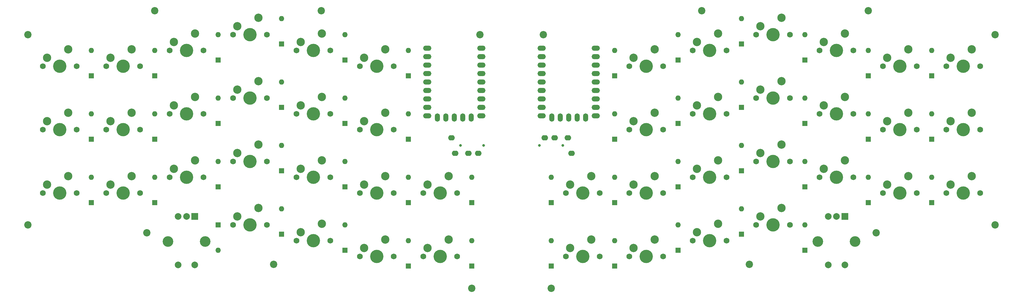
<source format=gbs>
G04 #@! TF.GenerationSoftware,KiCad,Pcbnew,7.0.8*
G04 #@! TF.CreationDate,2023-11-24T19:43:22+09:00*
G04 #@! TF.ProjectId,scene46aio,7363656e-6534-4366-9169-6f2e6b696361,rev?*
G04 #@! TF.SameCoordinates,Original*
G04 #@! TF.FileFunction,Soldermask,Bot*
G04 #@! TF.FilePolarity,Negative*
%FSLAX46Y46*%
G04 Gerber Fmt 4.6, Leading zero omitted, Abs format (unit mm)*
G04 Created by KiCad (PCBNEW 7.0.8) date 2023-11-24 19:43:22*
%MOMM*%
%LPD*%
G01*
G04 APERTURE LIST*
%ADD10C,2.200000*%
%ADD11C,1.750000*%
%ADD12C,4.000000*%
%ADD13C,2.500000*%
%ADD14R,2.000000X2.000000*%
%ADD15C,2.000000*%
%ADD16C,3.200000*%
%ADD17O,2.500000X1.500000*%
%ADD18O,1.500000X2.500000*%
%ADD19O,2.000000X1.600000*%
%ADD20C,0.800000*%
%ADD21R,1.600000X1.600000*%
%ADD22O,1.600000X1.600000*%
G04 APERTURE END LIST*
D10*
X235743750Y-92868750D03*
X233362500Y-26193750D03*
X183356250Y-26193750D03*
X135731250Y-33337500D03*
X138112500Y-109537500D03*
X197643750Y-102393750D03*
X271462500Y-90487500D03*
X271462500Y-33337500D03*
X16668750Y-92868750D03*
X19050000Y-26193750D03*
X69056250Y-26193750D03*
X116681250Y-33337500D03*
X114300000Y-109537500D03*
X54768750Y-102393750D03*
X-19050000Y-90487500D03*
X-19050000Y-33337500D03*
D11*
X80645000Y-80962500D03*
D12*
X85725000Y-80962500D03*
D11*
X90805000Y-80962500D03*
D13*
X81915000Y-78422500D03*
X88265000Y-75882500D03*
D11*
X42545000Y-90487500D03*
D12*
X47625000Y-90487500D03*
D11*
X52705000Y-90487500D03*
D13*
X43815000Y-87947500D03*
X50165000Y-85407500D03*
D11*
X42545000Y-71437500D03*
D12*
X47625000Y-71437500D03*
D11*
X52705000Y-71437500D03*
D13*
X43815000Y-68897500D03*
X50165000Y-66357500D03*
D14*
X31075000Y-88000000D03*
D15*
X26075000Y-88000000D03*
X28575000Y-88000000D03*
D16*
X34175000Y-95500000D03*
X22975000Y-95500000D03*
D15*
X26075000Y-102500000D03*
X31075000Y-102500000D03*
D11*
X218757500Y-57150000D03*
D12*
X223837500Y-57150000D03*
D11*
X228917500Y-57150000D03*
D13*
X220027500Y-54610000D03*
X226377500Y-52070000D03*
D11*
X218757500Y-76200000D03*
D12*
X223837500Y-76200000D03*
D11*
X228917500Y-76200000D03*
D13*
X220027500Y-73660000D03*
X226377500Y-71120000D03*
D11*
X4445000Y-61912500D03*
D12*
X9525000Y-61912500D03*
D11*
X14605000Y-61912500D03*
D13*
X5715000Y-59372500D03*
X12065000Y-56832500D03*
D17*
X117132500Y-37465000D03*
X117132500Y-40005000D03*
X117132500Y-42545000D03*
X117132500Y-45085000D03*
X117132500Y-47625000D03*
X117132500Y-50165000D03*
X117132500Y-52705000D03*
X117132500Y-55245000D03*
X117132500Y-57785000D03*
D18*
X114092500Y-58285000D03*
X111552500Y-58285000D03*
X109012500Y-58285000D03*
X106472500Y-58285000D03*
X103932500Y-58285000D03*
D17*
X100892500Y-57785000D03*
X100892500Y-55245000D03*
X100892500Y-52705000D03*
X100892500Y-50165000D03*
X100892500Y-47625000D03*
X100892500Y-45085000D03*
X100892500Y-42545000D03*
X100892500Y-40005000D03*
X100892500Y-37465000D03*
D11*
X42545000Y-33337500D03*
D12*
X47625000Y-33337500D03*
D11*
X52705000Y-33337500D03*
D13*
X43815000Y-30797500D03*
X50165000Y-28257500D03*
D11*
X80645000Y-61912500D03*
D12*
X85725000Y-61912500D03*
D11*
X90805000Y-61912500D03*
D13*
X81915000Y-59372500D03*
X88265000Y-56832500D03*
D11*
X161607500Y-80962500D03*
D12*
X166687500Y-80962500D03*
D11*
X171767500Y-80962500D03*
D13*
X162877500Y-78422500D03*
X169227500Y-75882500D03*
D11*
X218757500Y-38100000D03*
D12*
X223837500Y-38100000D03*
D11*
X228917500Y-38100000D03*
D13*
X220027500Y-35560000D03*
X226377500Y-33020000D03*
D11*
X4445000Y-42862500D03*
D12*
X9525000Y-42862500D03*
D11*
X14605000Y-42862500D03*
D13*
X5715000Y-40322500D03*
X12065000Y-37782500D03*
D11*
X199707500Y-90487500D03*
D12*
X204787500Y-90487500D03*
D11*
X209867500Y-90487500D03*
D13*
X200977500Y-87947500D03*
X207327500Y-85407500D03*
D11*
X237807500Y-61912500D03*
D12*
X242887500Y-61912500D03*
D11*
X247967500Y-61912500D03*
D13*
X239077500Y-59372500D03*
X245427500Y-56832500D03*
D11*
X161607500Y-100012500D03*
D12*
X166687500Y-100012500D03*
D11*
X171767500Y-100012500D03*
D13*
X162877500Y-97472500D03*
X169227500Y-94932500D03*
D11*
X237807500Y-80962500D03*
D12*
X242887500Y-80962500D03*
D11*
X247967500Y-80962500D03*
D13*
X239077500Y-78422500D03*
X245427500Y-75882500D03*
D11*
X-14605000Y-80962500D03*
D12*
X-9525000Y-80962500D03*
D11*
X-4445000Y-80962500D03*
D13*
X-13335000Y-78422500D03*
X-6985000Y-75882500D03*
D11*
X-14605000Y-61912500D03*
D12*
X-9525000Y-61912500D03*
D11*
X-4445000Y-61912500D03*
D13*
X-13335000Y-59372500D03*
X-6985000Y-56832500D03*
D11*
X199707500Y-52387500D03*
D12*
X204787500Y-52387500D03*
D11*
X209867500Y-52387500D03*
D13*
X200977500Y-49847500D03*
X207327500Y-47307500D03*
D11*
X4445000Y-80962500D03*
D12*
X9525000Y-80962500D03*
D11*
X14605000Y-80962500D03*
D13*
X5715000Y-78422500D03*
X12065000Y-75882500D03*
D11*
X61595000Y-38100000D03*
D12*
X66675000Y-38100000D03*
D11*
X71755000Y-38100000D03*
D13*
X62865000Y-35560000D03*
X69215000Y-33020000D03*
D11*
X42545000Y-52387500D03*
D12*
X47625000Y-52387500D03*
D11*
X52705000Y-52387500D03*
D13*
X43815000Y-49847500D03*
X50165000Y-47307500D03*
D11*
X256857500Y-80962500D03*
D12*
X261937500Y-80962500D03*
D11*
X267017500Y-80962500D03*
D13*
X258127500Y-78422500D03*
X264477500Y-75882500D03*
D11*
X180657500Y-95250000D03*
D12*
X185737500Y-95250000D03*
D11*
X190817500Y-95250000D03*
D13*
X181927500Y-92710000D03*
X188277500Y-90170000D03*
D11*
X23495000Y-57150000D03*
D12*
X28575000Y-57150000D03*
D11*
X33655000Y-57150000D03*
D13*
X24765000Y-54610000D03*
X31115000Y-52070000D03*
D11*
X180657500Y-57150000D03*
D12*
X185737500Y-57150000D03*
D11*
X190817500Y-57150000D03*
D13*
X181927500Y-54610000D03*
X188277500Y-52070000D03*
D19*
X116243750Y-68975000D03*
X113243750Y-68975000D03*
X109243750Y-68975000D03*
X108143750Y-64375000D03*
D20*
X110843750Y-66675000D03*
X117843750Y-66675000D03*
D11*
X180657500Y-76200000D03*
D12*
X185737500Y-76200000D03*
D11*
X190817500Y-76200000D03*
D13*
X181927500Y-73660000D03*
X188277500Y-71120000D03*
D11*
X23495000Y-38100000D03*
D12*
X28575000Y-38100000D03*
D11*
X33655000Y-38100000D03*
D13*
X24765000Y-35560000D03*
X31115000Y-33020000D03*
D17*
X151520000Y-37465000D03*
X151520000Y-40005000D03*
X151520000Y-42545000D03*
X151520000Y-45085000D03*
X151520000Y-47625000D03*
X151520000Y-50165000D03*
X151520000Y-52705000D03*
X151520000Y-55245000D03*
X151520000Y-57785000D03*
D18*
X148480000Y-58285000D03*
X145940000Y-58285000D03*
X143400000Y-58285000D03*
X140860000Y-58285000D03*
X138320000Y-58285000D03*
D17*
X135280000Y-57785000D03*
X135280000Y-55245000D03*
X135280000Y-52705000D03*
X135280000Y-50165000D03*
X135280000Y-47625000D03*
X135280000Y-45085000D03*
X135280000Y-42545000D03*
X135280000Y-40005000D03*
X135280000Y-37465000D03*
D11*
X161607500Y-61912500D03*
D12*
X166687500Y-61912500D03*
D11*
X171767500Y-61912500D03*
D13*
X162877500Y-59372500D03*
X169227500Y-56832500D03*
D11*
X80645000Y-42862500D03*
D12*
X85725000Y-42862500D03*
D11*
X90805000Y-42862500D03*
D13*
X81915000Y-40322500D03*
X88265000Y-37782500D03*
D11*
X61595000Y-95250000D03*
D12*
X66675000Y-95250000D03*
D11*
X71755000Y-95250000D03*
D13*
X62865000Y-92710000D03*
X69215000Y-90170000D03*
D11*
X199707500Y-71437500D03*
D12*
X204787500Y-71437500D03*
D11*
X209867500Y-71437500D03*
D13*
X200977500Y-68897500D03*
X207327500Y-66357500D03*
D11*
X256857500Y-42862500D03*
D12*
X261937500Y-42862500D03*
D11*
X267017500Y-42862500D03*
D13*
X258127500Y-40322500D03*
X264477500Y-37782500D03*
D11*
X161607500Y-42862500D03*
D12*
X166687500Y-42862500D03*
D11*
X171767500Y-42862500D03*
D13*
X162877500Y-40322500D03*
X169227500Y-37782500D03*
D11*
X61595000Y-76200000D03*
D12*
X66675000Y-76200000D03*
D11*
X71755000Y-76200000D03*
D13*
X62865000Y-73660000D03*
X69215000Y-71120000D03*
D11*
X23495000Y-76200000D03*
D12*
X28575000Y-76200000D03*
D11*
X33655000Y-76200000D03*
D13*
X24765000Y-73660000D03*
X31115000Y-71120000D03*
D11*
X142557500Y-100012500D03*
D12*
X147637500Y-100012500D03*
D11*
X152717500Y-100012500D03*
D13*
X143827500Y-97472500D03*
X150177500Y-94932500D03*
D11*
X142557500Y-80962500D03*
D12*
X147637500Y-80962500D03*
D11*
X152717500Y-80962500D03*
D13*
X143827500Y-78422500D03*
X150177500Y-75882500D03*
D14*
X226337500Y-88000000D03*
D15*
X221337500Y-88000000D03*
X223837500Y-88000000D03*
D16*
X229437500Y-95500000D03*
X218237500Y-95500000D03*
D15*
X221337500Y-102500000D03*
X226337500Y-102500000D03*
D11*
X256857500Y-61912500D03*
D12*
X261937500Y-61912500D03*
D11*
X267017500Y-61912500D03*
D13*
X258127500Y-59372500D03*
X264477500Y-56832500D03*
D11*
X199707500Y-33337500D03*
D12*
X204787500Y-33337500D03*
D11*
X209867500Y-33337500D03*
D13*
X200977500Y-30797500D03*
X207327500Y-28257500D03*
D11*
X80645000Y-100012500D03*
D12*
X85725000Y-100012500D03*
D11*
X90805000Y-100012500D03*
D13*
X81915000Y-97472500D03*
X88265000Y-94932500D03*
D11*
X99695000Y-100012500D03*
D12*
X104775000Y-100012500D03*
D11*
X109855000Y-100012500D03*
D13*
X100965000Y-97472500D03*
X107315000Y-94932500D03*
D11*
X-14605000Y-42862500D03*
D12*
X-9525000Y-42862500D03*
D11*
X-4445000Y-42862500D03*
D13*
X-13335000Y-40322500D03*
X-6985000Y-37782500D03*
D11*
X99695000Y-80962500D03*
D12*
X104775000Y-80962500D03*
D11*
X109855000Y-80962500D03*
D13*
X100965000Y-78422500D03*
X107315000Y-75882500D03*
D11*
X180657500Y-38100000D03*
D12*
X185737500Y-38100000D03*
D11*
X190817500Y-38100000D03*
D13*
X181927500Y-35560000D03*
X188277500Y-33020000D03*
D11*
X237807500Y-42862500D03*
D12*
X242887500Y-42862500D03*
D11*
X247967500Y-42862500D03*
D13*
X239077500Y-40322500D03*
X245427500Y-37782500D03*
D11*
X61595000Y-57150000D03*
D12*
X66675000Y-57150000D03*
D11*
X71755000Y-57150000D03*
D13*
X62865000Y-54610000D03*
X69215000Y-52070000D03*
D21*
X176212500Y-79057500D03*
D22*
X176212500Y-71437500D03*
D21*
X195262500Y-55245000D03*
D22*
X195262500Y-47625000D03*
D21*
X76200000Y-60007500D03*
D22*
X76200000Y-52387500D03*
D21*
X138112500Y-102870000D03*
D22*
X138112500Y-95250000D03*
D21*
X57150000Y-55245000D03*
D22*
X57150000Y-47625000D03*
D21*
X214312500Y-98107500D03*
D22*
X214312500Y-90487500D03*
D21*
X38100000Y-40957500D03*
D22*
X38100000Y-33337500D03*
D21*
X95250000Y-102870000D03*
D22*
X95250000Y-95250000D03*
D21*
X38100000Y-79057500D03*
D22*
X38100000Y-71437500D03*
D21*
X214312500Y-79057500D03*
D22*
X214312500Y-71437500D03*
D21*
X57150000Y-93345000D03*
D22*
X57150000Y-85725000D03*
D21*
X57150000Y-74295000D03*
D22*
X57150000Y-66675000D03*
D21*
X252412500Y-64770000D03*
D22*
X252412500Y-57150000D03*
D21*
X176212500Y-40957500D03*
D22*
X176212500Y-33337500D03*
D21*
X157162500Y-102870000D03*
D22*
X157162500Y-95250000D03*
D21*
X176212500Y-60007500D03*
D22*
X176212500Y-52387500D03*
D19*
X136168750Y-64375000D03*
X139168750Y-64375000D03*
X143168750Y-64375000D03*
X144268750Y-68975000D03*
D20*
X134568750Y-66675000D03*
X141568750Y-66675000D03*
D21*
X176212500Y-98107500D03*
D22*
X176212500Y-90487500D03*
D21*
X214312500Y-60007500D03*
D22*
X214312500Y-52387500D03*
D21*
X114300000Y-83820000D03*
D22*
X114300000Y-76200000D03*
D21*
X76200000Y-40957500D03*
D22*
X76200000Y-33337500D03*
D21*
X57150000Y-36195000D03*
D22*
X57150000Y-28575000D03*
D21*
X114300000Y-102870000D03*
D22*
X114300000Y-95250000D03*
D21*
X252412500Y-83820000D03*
D22*
X252412500Y-76200000D03*
D21*
X38100000Y-60007500D03*
D22*
X38100000Y-52387500D03*
D21*
X233362500Y-83820000D03*
D22*
X233362500Y-76200000D03*
D21*
X38100000Y-90487500D03*
D22*
X38100000Y-98107500D03*
D21*
X138112500Y-83820000D03*
D22*
X138112500Y-76200000D03*
D21*
X0Y-45720000D03*
D22*
X0Y-38100000D03*
D21*
X157162500Y-45720000D03*
D22*
X157162500Y-38100000D03*
D21*
X0Y-64770000D03*
D22*
X0Y-57150000D03*
D21*
X95250000Y-83820000D03*
D22*
X95250000Y-76200000D03*
D21*
X95250000Y-45720000D03*
D22*
X95250000Y-38100000D03*
D21*
X76200000Y-79057500D03*
D22*
X76200000Y-71437500D03*
D21*
X19050000Y-83820000D03*
D22*
X19050000Y-76200000D03*
D21*
X157162500Y-83820000D03*
D22*
X157162500Y-76200000D03*
D21*
X252412500Y-45720000D03*
D22*
X252412500Y-38100000D03*
D21*
X19050000Y-45720000D03*
D22*
X19050000Y-38100000D03*
D21*
X0Y-83820000D03*
D22*
X0Y-76200000D03*
D21*
X233362500Y-64770000D03*
D22*
X233362500Y-57150000D03*
D21*
X195262500Y-74295000D03*
D22*
X195262500Y-66675000D03*
D21*
X19050000Y-64770000D03*
D22*
X19050000Y-57150000D03*
D21*
X195262500Y-93345000D03*
D22*
X195262500Y-85725000D03*
D21*
X76200000Y-98107500D03*
D22*
X76200000Y-90487500D03*
D21*
X95250000Y-64770000D03*
D22*
X95250000Y-57150000D03*
D21*
X195262500Y-36195000D03*
D22*
X195262500Y-28575000D03*
D21*
X157162500Y-64770000D03*
D22*
X157162500Y-57150000D03*
D21*
X214312500Y-40957500D03*
D22*
X214312500Y-33337500D03*
D21*
X233362500Y-45720000D03*
D22*
X233362500Y-38100000D03*
M02*

</source>
